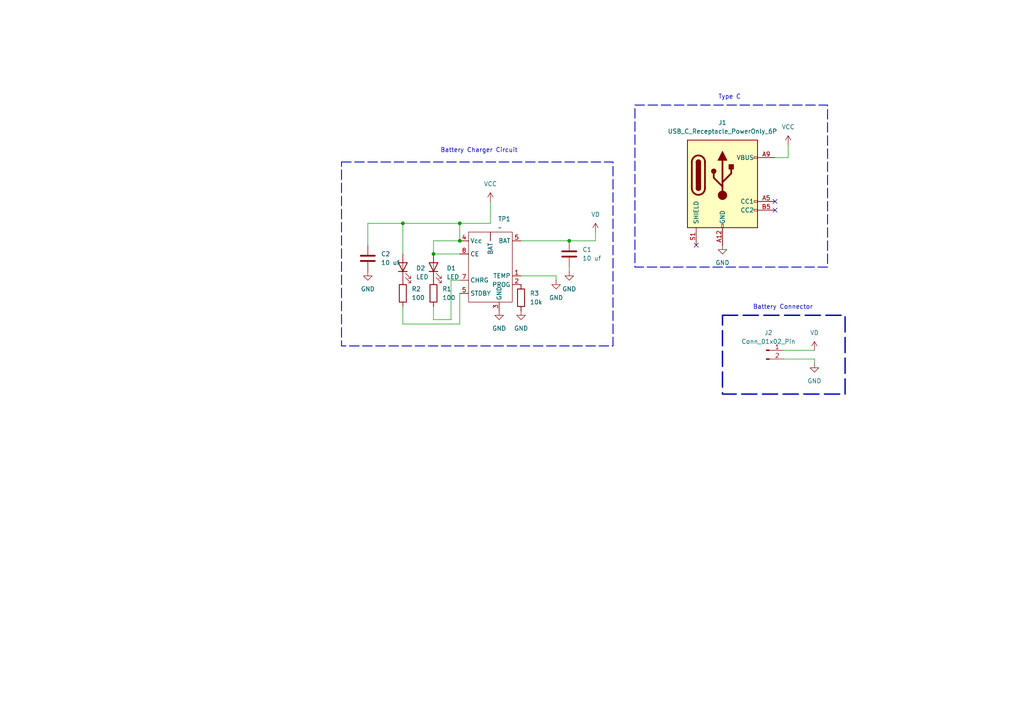
<source format=kicad_sch>
(kicad_sch (version 20250114) (generator "eeschema") (generator_version "9.0")
  (paper "A4")
  (lib_symbols
    (symbol "Connector:Conn_01x02_Pin" (pin_names (offset 1.016) (hide yes))
      (property "Reference" "J" (at 0 2.54 0))
      (property "Value" "Conn_01x02_Pin" (at 0 -5.08 0))
      (symbol "Conn_01x02_Pin_1_1"
        (rectangle (start 0.8636 0.127) (end 0 -0.127) (stroke (width 0.1524)) (fill (type outline)))
        (rectangle (start 0.8636 -2.413) (end 0 -2.667) (stroke (width 0.1524)) (fill (type outline)))
        (polyline (pts (xy 1.27 0) (xy 0.8636 0)) (stroke (width 0.1524)))
        (polyline (pts (xy 1.27 -2.54) (xy 0.8636 -2.54)) (stroke (width 0.1524)))
        (pin passive line (at 5.08 0 180) (length 3.81) (name "Pin_1") (number "1"))
        (pin passive line (at 5.08 -2.54 180) (length 3.81) (name "Pin_2") (number "2"))
      )
    )
    (symbol "Connector:USB_C_Receptacle_PowerOnly_6P" (pin_names (offset 1.016))
      (property "Reference" "J" (at 0 16.51 0))
      (property "Value" "USB_C_Receptacle_PowerOnly_6P" (at 0 13.97 0))
      (symbol "USB_C_Receptacle_PowerOnly_6P_0_0"
        (rectangle (start -0.254 -12.7) (end 0.254 -11.684))
        (rectangle (start 10.16 7.874) (end 9.144 7.366))
        (rectangle (start 10.16 -4.826) (end 9.144 -5.334))
        (rectangle (start 10.16 -7.366) (end 9.144 -7.874))
      )
      (symbol "USB_C_Receptacle_PowerOnly_6P_0_1"
        (rectangle (start -10.16 12.7) (end 10.16 -12.7) (stroke (width 0.254)) (fill (type background)))
        (polyline (pts (xy -8.89 -1.27) (xy -8.89 6.35)) (stroke (width 0.508)))
        (rectangle (start -7.62 -1.27) (end -6.35 6.35) (stroke (width 0.254)) (fill (type outline)))
        (arc (start -7.62 6.35) (mid -6.985 6.9823) (end -6.35 6.35) (stroke (width 0.254)))
        (arc (start -7.62 6.35) (mid -6.985 6.9823) (end -6.35 6.35) (stroke (width 0.254)) (fill (type outline)))
        (arc (start -8.89 6.35) (mid -6.985 8.2467) (end -5.08 6.35) (stroke (width 0.508)))
        (arc (start -5.08 -1.27) (mid -6.985 -3.1667) (end -8.89 -1.27) (stroke (width 0.508)))
        (arc (start -6.35 -1.27) (mid -6.985 -1.9023) (end -7.62 -1.27) (stroke (width 0.254)))
        (arc (start -6.35 -1.27) (mid -6.985 -1.9023) (end -7.62 -1.27) (stroke (width 0.254)) (fill (type outline)))
        (polyline (pts (xy -5.08 6.35) (xy -5.08 -1.27)) (stroke (width 0.508)))
        (circle (center -2.54 3.683) (radius 0.635) (stroke (width 0.254)) (fill (type outline)))
        (polyline (pts (xy -1.27 6.858) (xy 0 9.398) (xy 1.27 6.858) (xy -1.27 6.858)) (stroke (width 0.254)) (fill (type outline)))
        (polyline (pts (xy 0 0.508) (xy 2.54 3.048) (xy 2.54 4.318)) (stroke (width 0.508)))
        (polyline (pts (xy 0 -0.762) (xy -2.54 1.778) (xy -2.54 3.048)) (stroke (width 0.508)))
        (polyline (pts (xy 0 -3.302) (xy 0 6.858)) (stroke (width 0.508)))
        (circle (center 0 -3.302) (radius 1.27) (fill (type outline)))
        (rectangle (start 1.905 4.318) (end 3.175 5.588) (stroke (width 0.254)) (fill (type outline)))
      )
      (symbol "USB_C_Receptacle_PowerOnly_6P_1_1"
        (pin passive line (at -7.62 -17.78 90) (length 5.08) (name "SHIELD") (number "S1"))
        (pin passive line (at 0 -17.78 90) (length 5.08) (name "GND") (number "A12"))
        (pin passive line (at 0 -17.78 90) (length 5.08) (hide yes) (name "GND") (number "B12"))
        (pin passive line (at 15.24 7.62 180) (length 5.08) (name "VBUS") (number "A9"))
        (pin passive line (at 15.24 7.62 180) (length 5.08) (hide yes) (name "VBUS") (number "B9"))
        (pin bidirectional line (at 15.24 -5.08 180) (length 5.08) (name "CC1") (number "A5"))
        (pin bidirectional line (at 15.24 -7.62 180) (length 5.08) (name "CC2") (number "B5"))
      )
    )
    (symbol "Device:C" (pin_numbers (hide yes)) (pin_names (offset 0.254))
      (property "Reference" "C" (at 0.635 2.54 0))
      (property "Value" "C" (at 0.635 -2.54 0))
      (symbol "C_0_1"
        (polyline (pts (xy -2.032 0.762) (xy 2.032 0.762)) (stroke (width 0.508)))
        (polyline (pts (xy -2.032 -0.762) (xy 2.032 -0.762)) (stroke (width 0.508)))
      )
      (symbol "C_1_1"
        (pin passive line (at 0 3.81 270) (length 2.794) (name "~") (number "1"))
        (pin passive line (at 0 -3.81 90) (length 2.794) (name "~") (number "2"))
      )
    )
    (symbol "Device:LED" (pin_numbers (hide yes)) (pin_names (offset 1.016) (hide yes))
      (property "Reference" "D" (at 0 2.54 0))
      (property "Value" "LED" (at 0 -2.54 0))
      (symbol "LED_0_1"
        (polyline (pts (xy -3.048 -0.762) (xy -4.572 -2.286) (xy -3.81 -2.286) (xy -4.572 -2.286) (xy -4.572 -1.524)))
        (polyline (pts (xy -1.778 -0.762) (xy -3.302 -2.286) (xy -2.54 -2.286) (xy -3.302 -2.286) (xy -3.302 -1.524)))
        (polyline (pts (xy -1.27 0) (xy 1.27 0)))
        (polyline (pts (xy -1.27 -1.27) (xy -1.27 1.27)) (stroke (width 0.254)))
        (polyline (pts (xy 1.27 -1.27) (xy 1.27 1.27) (xy -1.27 0) (xy 1.27 -1.27)) (stroke (width 0.254)))
      )
      (symbol "LED_1_1"
        (pin passive line (at -3.81 0 0) (length 2.54) (name "K") (number "1"))
        (pin passive line (at 3.81 0 180) (length 2.54) (name "A") (number "2"))
      )
    )
    (symbol "Device:R" (pin_numbers (hide yes)) (pin_names (offset 0))
      (property "Reference" "R" (at 2.032 0 90))
      (property "Value" "R" (at 0 0 90))
      (symbol "R_0_1"
        (rectangle (start -1.016 -2.54) (end 1.016 2.54) (stroke (width 0.254)))
      )
      (symbol "R_1_1"
        (pin passive line (at 0 3.81 270) (length 1.27) (name "~") (number "1"))
        (pin passive line (at 0 -3.81 90) (length 1.27) (name "~") (number "2"))
      )
    )
    (symbol "TP4056:TP4056_Lipo_Charger_Module"
      (property "Reference" "TP4056" (at 0 0 0))
      (symbol "TP4056_Lipo_Charger_Module_1_1"
        (text_box "" (at -6.35 10.16 0) (size 12.7 -20.32) (margins 1.016 1.016 1.016 1.016) (effects (font (size 1.27 1.27)) (justify left top)))
        (pin input line (at -8.89 7.62 0) (length 2.54) (name "Vcc") (number "4"))
        (pin input line (at -8.89 3.81 0) (length 2.54) (name "CE") (number "8"))
        (pin input line (at -8.89 -3.81 0) (length 2.54) (name "CHRG") (number "7"))
        (pin input line (at -8.89 -7.62 0) (length 2.54) (name "STDBY") (number "5"))
        (pin input line (at 0 10.16 270) (length 2.54) (name "BAT") (number ""))
        (pin input line (at 2.54 -12.7 90) (length 2.54) (name "GND") (number "3"))
        (pin output line (at 8.89 7.62 180) (length 2.54) (name "BAT") (number "5"))
        (pin input line (at 8.89 -2.54 180) (length 2.54) (name "TEMP") (number "1"))
        (pin input line (at 8.89 -5.08 180) (length 2.54) (name "PROG") (number "2"))
      )
    )
    (symbol "power:GND" (power) (pin_numbers (hide yes)) (pin_names (offset 0) (hide yes))
      (property "Value" "GND" (at 0 -3.81 0))
      (symbol "GND_0_1"
        (polyline (pts (xy 0 0) (xy 0 -1.27) (xy 1.27 -1.27) (xy 0 -2.54) (xy -1.27 -1.27) (xy 0 -1.27)))
      )
      (symbol "GND_1_1"
        (pin power_in line (at 0 0 270) (length 0) (name "~") (number "1"))
      )
    )
    (symbol "power:VCC" (power) (pin_numbers (hide yes)) (pin_names (offset 0) (hide yes))
      (property "Value" "VCC" (at 0 3.556 0))
      (symbol "VCC_0_1"
        (polyline (pts (xy -0.762 1.27) (xy 0 2.54)))
        (polyline (pts (xy 0 2.54) (xy 0.762 1.27)))
        (polyline (pts (xy 0 0) (xy 0 2.54)))
      )
      (symbol "VCC_1_1"
        (pin power_in line (at 0 0 90) (length 0) (name "~") (number "1"))
      )
    )
    (symbol "power:VD" (power) (pin_numbers (hide yes)) (pin_names (offset 0) (hide yes))
      (property "Value" "VD" (at 0 3.556 0))
      (symbol "VD_0_1"
        (polyline (pts (xy -0.762 1.27) (xy 0 2.54)))
        (polyline (pts (xy 0 2.54) (xy 0.762 1.27)))
        (polyline (pts (xy 0 0) (xy 0 2.54)))
      )
      (symbol "VD_1_1"
        (pin power_in line (at 0 0 90) (length 0) (name "~") (number "1"))
      )
    )
  )
  (rectangle (start 99.06 46.99) (end 177.8 100.33) (stroke (width 0.254) (type dash)))
  (rectangle (start 209.55 91.44) (end 245.11 114.3) (stroke (width 0.4) (type dash)))
  (rectangle (start 184.15 30.48) (end 240.03 77.47) (stroke (width 0.254) (type dash)))
  (text "Battery Charger Circuit\n" (at 138.938 43.688 0) (effects (font (size 1.27 1.27))))
  (text "Battery Connector\n" (at 227.076 89.154 0) (effects (font (size 1.27 1.27))))
  (text "Type C \n" (at 212.09 28.194 0) (effects (font (size 1.27 1.27))))
  (junction (at 133.35 69.85))
  (junction (at 165.1 69.85))
  (junction (at 125.73 73.66))
  (junction (at 133.35 64.77))
  (junction (at 116.84 64.77))
  (no_connect (at 224.79 58.42))
  (no_connect (at 224.79 60.96))
  (no_connect (at 201.93 71.12))
  (wire (pts (xy 172.72 67.31) (xy 172.72 69.85)))
  (wire (pts (xy 116.84 64.77) (xy 106.68 64.77)))
  (wire (pts (xy 161.29 81.28) (xy 161.29 80.01)))
  (wire (pts (xy 133.35 64.77) (xy 133.35 69.85)))
  (wire (pts (xy 116.84 93.98) (xy 133.35 93.98)))
  (wire (pts (xy 224.79 45.72) (xy 228.6 45.72)))
  (wire (pts (xy 106.68 64.77) (xy 106.68 71.12)))
  (wire (pts (xy 116.84 88.9) (xy 116.84 93.98)))
  (wire (pts (xy 236.22 101.6) (xy 227.33 101.6)))
  (wire (pts (xy 116.84 64.77) (xy 116.84 73.66)))
  (wire (pts (xy 142.24 58.42) (xy 142.24 64.77)))
  (wire (pts (xy 125.73 69.85) (xy 133.35 69.85)))
  (wire (pts (xy 165.1 77.47) (xy 165.1 78.74)))
  (wire (pts (xy 130.81 81.28) (xy 133.35 81.28)))
  (wire (pts (xy 125.73 73.66) (xy 125.73 69.85)))
  (wire (pts (xy 130.81 92.71) (xy 130.81 81.28)))
  (wire (pts (xy 125.73 92.71) (xy 130.81 92.71)))
  (wire (pts (xy 161.29 80.01) (xy 151.13 80.01)))
  (wire (pts (xy 133.35 85.09) (xy 133.35 93.98)))
  (wire (pts (xy 228.6 45.72) (xy 228.6 41.91)))
  (wire (pts (xy 133.35 73.66) (xy 125.73 73.66)))
  (wire (pts (xy 172.72 69.85) (xy 165.1 69.85)))
  (wire (pts (xy 125.73 92.71) (xy 125.73 88.9)))
  (wire (pts (xy 236.22 104.14) (xy 227.33 104.14)))
  (wire (pts (xy 151.13 69.85) (xy 165.1 69.85)))
  (wire (pts (xy 142.24 64.77) (xy 133.35 64.77)))
  (wire (pts (xy 133.35 64.77) (xy 116.84 64.77)))
  (wire (pts (xy 236.22 105.41) (xy 236.22 104.14)))
  (symbol (lib_id "power:VD") (at 172.72 67.31 0) (unit 1)
    (property "Reference" "#PWR09" (effects (hide yes)))
    (property "Value" "VD" (at 172.72 62.23 0))
    (property "Description" "Power symbol creates a global label with name \"VD\"" (effects (hide yes)))
  )
  (symbol (lib_id "power:GND") (at 144.78 90.17 0) (unit 1)
    (property "Reference" "#PWR01" (effects (hide yes)))
    (property "Value" "GND" (at 144.78 95.25 0))
    (property "Description" "Power symbol creates a global label with name \"GND\" , ground" (effects (hide yes)))
  )
  (symbol (lib_id "Device:LED") (at 125.73 77.47 90) (unit 1)
    (property "Reference" "D1" (at 129.54 77.7874 90) (effects (justify right)))
    (property "Value" "LED" (at 129.54 80.3274 90) (effects (justify right)))
    (property "Footprint" "LED_THT:LED_D5.0mm" (effects (hide yes)))
    (property "Description" "Light emitting diode" (effects (hide yes)))
  )
  (symbol (lib_id "power:GND") (at 106.68 78.74 0) (unit 1)
    (property "Reference" "#PWR04" (effects (hide yes)))
    (property "Value" "GND" (at 106.68 83.82 0))
    (property "Description" "Power symbol creates a global label with name \"GND\" , ground" (effects (hide yes)))
  )
  (symbol (lib_id "power:GND") (at 151.13 90.17 0) (unit 1)
    (property "Reference" "#PWR08" (effects (hide yes)))
    (property "Value" "GND" (at 151.13 95.25 0))
    (property "Description" "Power symbol creates a global label with name \"GND\" , ground" (effects (hide yes)))
  )
  (symbol (lib_id "power:GND") (at 165.1 78.74 0) (unit 1)
    (property "Reference" "#PWR03" (effects (hide yes)))
    (property "Value" "GND" (at 165.1 83.82 0))
    (property "Description" "Power symbol creates a global label with name \"GND\" , ground" (effects (hide yes)))
  )
  (symbol (lib_id "power:GND") (at 209.55 71.12 0) (unit 1)
    (property "Reference" "#PWR05" (effects (hide yes)))
    (property "Value" "GND" (at 209.55 76.2 0))
    (property "Description" "Power symbol creates a global label with name \"GND\" , ground" (effects (hide yes)))
  )
  (symbol (lib_id "power:GND") (at 236.22 105.41 0) (unit 1)
    (property "Reference" "#PWR011" (effects (hide yes)))
    (property "Value" "GND" (at 236.22 110.49 0))
    (property "Description" "Power symbol creates a global label with name \"GND\" , ground" (effects (hide yes)))
  )
  (symbol (lib_id "Device:R") (at 151.13 86.36 0) (unit 1)
    (property "Reference" "R3" (at 153.67 85.0899 0) (effects (justify left)))
    (property "Value" "10k" (at 153.67 87.6299 0) (effects (justify left)))
    (property "Footprint" "Resistor_THT:R_Axial_DIN0207_L6.3mm_D2.5mm_P7.62mm_Horizontal" (effects (hide yes)))
    (property "Description" "Resistor" (effects (hide yes)))
  )
  (symbol (lib_id "power:VCC") (at 142.24 58.42 0) (unit 1)
    (property "Reference" "#PWR07" (effects (hide yes)))
    (property "Value" "VCC" (at 142.24 53.34 0))
    (property "Description" "Power symbol creates a global label with name \"VCC\"" (effects (hide yes)))
  )
  (symbol (lib_id "Connector:Conn_01x02_Pin") (at 222.25 101.6 0) (unit 1)
    (property "Reference" "J2" (at 222.885 96.52 0))
    (property "Value" "Conn_01x02_Pin" (at 222.885 99.06 0))
    (property "Footprint" "Connector_PinHeader_2.54mm:PinHeader_1x02_P2.54mm_Vertical" (effects (hide yes)))
    (property "Description" "Generic connector, single row, 01x02, script generated" (effects (hide yes)))
  )
  (symbol (lib_id "Device:R") (at 125.73 85.09 0) (unit 1)
    (property "Reference" "R1" (at 128.27 83.8199 0) (effects (justify left)))
    (property "Value" "100" (at 128.27 86.3599 0) (effects (justify left)))
    (property "Footprint" "Resistor_THT:R_Axial_DIN0207_L6.3mm_D2.5mm_P7.62mm_Horizontal" (effects (hide yes)))
    (property "Description" "Resistor" (effects (hide yes)))
  )
  (symbol (lib_id "Device:C") (at 106.68 74.93 0) (unit 1)
    (property "Reference" "C2" (at 110.49 73.6599 0) (effects (justify left)))
    (property "Value" "10 uf" (at 110.49 76.1999 0) (effects (justify left)))
    (property "Footprint" "Capacitor_THT:C_Disc_D5.0mm_W2.5mm_P2.50mm" (effects (hide yes)))
    (property "Description" "Unpolarized capacitor" (effects (hide yes)))
  )
  (symbol (lib_id "power:VCC") (at 228.6 41.91 0) (unit 1)
    (property "Reference" "#PWR06" (effects (hide yes)))
    (property "Value" "VCC" (at 228.6 36.83 0))
    (property "Description" "Power symbol creates a global label with name \"VCC\"" (effects (hide yes)))
  )
  (symbol (lib_id "power:GND") (at 161.29 81.28 0) (unit 1)
    (property "Reference" "#PWR02" (effects (hide yes)))
    (property "Value" "GND" (at 161.29 86.36 0))
    (property "Description" "Power symbol creates a global label with name \"GND\" , ground" (effects (hide yes)))
  )
  (symbol (lib_id "TP4056:TP4056_Lipo_Charger_Module") (at 142.24 77.47 0) (unit 1)
    (property "Reference" "TP1" (at 144.4341 63.5 0) (effects (justify left)))
    (property "Value" "~" (at 144.4341 66.04 0) (effects (justify left)))
    (property "Footprint" "Package_SO:SOIC-8_3.9x4.9mm_P1.27mm" (effects (hide yes)))
  )
  (symbol (lib_id "Device:LED") (at 116.84 77.47 90) (unit 1)
    (property "Reference" "D2" (at 120.65 77.7874 90) (effects (justify right)))
    (property "Value" "LED" (at 120.65 80.3274 90) (effects (justify right)))
    (property "Footprint" "LED_THT:LED_D5.0mm" (effects (hide yes)))
    (property "Description" "Light emitting diode" (effects (hide yes)))
  )
  (symbol (lib_id "Connector:USB_C_Receptacle_PowerOnly_6P") (at 209.55 53.34 0) (unit 1)
    (property "Reference" "J1" (at 209.55 35.56 0))
    (property "Value" "USB_C_Receptacle_PowerOnly_6P" (at 209.55 38.1 0))
    (property "Footprint" "Connector_USB:USB_C_Receptacle_HRO_TYPE-C-31-M-12" (effects (hide yes)))
    (property "Datasheet" "https://www.usb.org/sites/default/files/documents/usb_type-c.zip" (effects (hide yes)))
    (property "Description" "USB Power-Only 6P Type-C Receptacle connector" (effects (hide yes)))
  )
  (symbol (lib_id "Device:R") (at 116.84 85.09 0) (unit 1)
    (property "Reference" "R2" (at 119.38 83.8199 0) (effects (justify left)))
    (property "Value" "100" (at 119.38 86.3599 0) (effects (justify left)))
    (property "Footprint" "Resistor_THT:R_Axial_DIN0207_L6.3mm_D2.5mm_P7.62mm_Horizontal" (effects (hide yes)))
    (property "Description" "Resistor" (effects (hide yes)))
  )
  (symbol (lib_id "power:VD") (at 236.22 101.6 0) (unit 1)
    (property "Reference" "#PWR010" (effects (hide yes)))
    (property "Value" "VD" (at 236.22 96.52 0))
    (property "Description" "Power symbol creates a global label with name \"VD\"" (effects (hide yes)))
  )
  (symbol (lib_id "Device:C") (at 165.1 73.66 0) (unit 1)
    (property "Reference" "C1" (at 168.91 72.3899 0) (effects (justify left)))
    (property "Value" "10 uf" (at 168.91 74.9299 0) (effects (justify left)))
    (property "Footprint" "Capacitor_THT:C_Disc_D5.0mm_W2.5mm_P2.50mm" (effects (hide yes)))
    (property "Description" "Unpolarized capacitor" (effects (hide yes)))
  )
)
</source>
